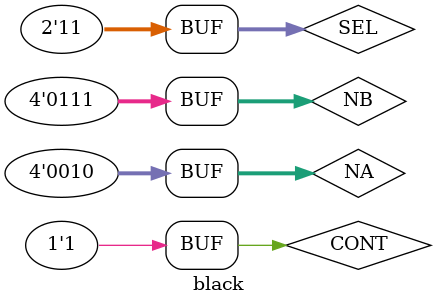
<source format=v>
`timescale 1ns / 1ps


module black;

	// Inputs
	reg [1:0] SEL;
	reg [3:0] NA;
	reg [3:0] NB;
	reg CONT;

	// Outputs
	wire [7:0] SALE;

	// Instantiate the Unit Under Test (UUT)
	BlackBox uut (
		.SEL(SEL), 
		.NA(NA), 
		.NB(NB), 
		.CONT(CONT), 
		.SALE(SALE)
	);

	initial begin
		// Initialize Inputs
		NA = 6;
		NB = 2;
		SEL = 0;
		CONT = 0;
		// Wait 100 ns for global reset to finish
		#100;
		
		NA = 9;
		NB = 3;
		SEL = 1;
		CONT = 0;
		#100;
		
		NA = 4;
		NB = 13;
		SEL = 2;
		CONT = 0;
		#100;
		
		NA = 7;
		NB = 13;
		SEL = 3;
		CONT = 0;
		#100;
		
		NA = 3;
		NB = 5;
		SEL = 0;
		CONT = 1;
		#100;
		
		NA = 15;
		NB = 9;
		SEL = 1;
		CONT = 1;
		#100;
		
		NA = 4;
		NB = 15;
		SEL = 2;
		CONT = 1;
		#100;
		
		NA = 14;
		NB = 7;
		SEL = 3;
		CONT = 1;
		#100;
		
		NA = 15;
		NB = 9;
		SEL = 0;
		CONT = 0;
		#100;
		
		NA = 10;
		NB = 8;
		SEL = 1;
		CONT = 0;
		#100;
		
		NA = 14;
		NB = 6;
		SEL = 2;
		CONT = 0;
		#100;
		
		NA = 9;
		NB = 5;
		SEL = 3;
		CONT = 0;
		#100;
		
		NA = 8;
		NB = 5;
		SEL = 0;
		CONT = 1;
		#100;
		
		NA = 6;
		NB = 9;
		SEL = 1;
		CONT = 1;
		#100;
		
		NA = 11;
		NB = 5;
		SEL = 2;
		CONT = 1;
		#100;
		
		NA = 2;
		NB = 7;
		SEL = 3;
		CONT = 1;
		#100;
        
		// Add stimulus here

	end
      
endmodule


</source>
